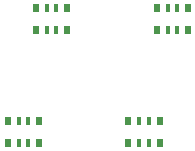
<source format=gbp>
G04 (created by PCBNEW (2013-07-03 BZR 4236)-testing) date Thu 04 Jul 2013 10:30:45 AM CEST*
%MOIN*%
G04 Gerber Fmt 3.4, Leading zero omitted, Abs format*
%FSLAX34Y34*%
G01*
G70*
G90*
G04 APERTURE LIST*
%ADD10C,0.005906*%
%ADD11R,0.020472X0.031496*%
%ADD12R,0.015748X0.031496*%
G04 APERTURE END LIST*
G54D10*
G54D11*
X37944Y-31608D03*
G54D12*
X38308Y-31608D03*
X38623Y-31608D03*
G54D11*
X38987Y-31608D03*
X37944Y-30900D03*
G54D12*
X38308Y-30900D03*
X38623Y-30900D03*
G54D11*
X38987Y-30900D03*
X33928Y-31608D03*
G54D12*
X34292Y-31608D03*
X34607Y-31608D03*
G54D11*
X34971Y-31608D03*
X33928Y-30900D03*
G54D12*
X34292Y-30900D03*
X34607Y-30900D03*
G54D11*
X34971Y-30900D03*
X34025Y-34671D03*
G54D12*
X33661Y-34671D03*
X33346Y-34671D03*
G54D11*
X32982Y-34671D03*
X34025Y-35380D03*
G54D12*
X33661Y-35380D03*
X33346Y-35380D03*
G54D11*
X32982Y-35380D03*
X38041Y-34671D03*
G54D12*
X37677Y-34671D03*
X37362Y-34671D03*
G54D11*
X36998Y-34671D03*
X38041Y-35380D03*
G54D12*
X37677Y-35380D03*
X37362Y-35380D03*
G54D11*
X36998Y-35380D03*
M02*

</source>
